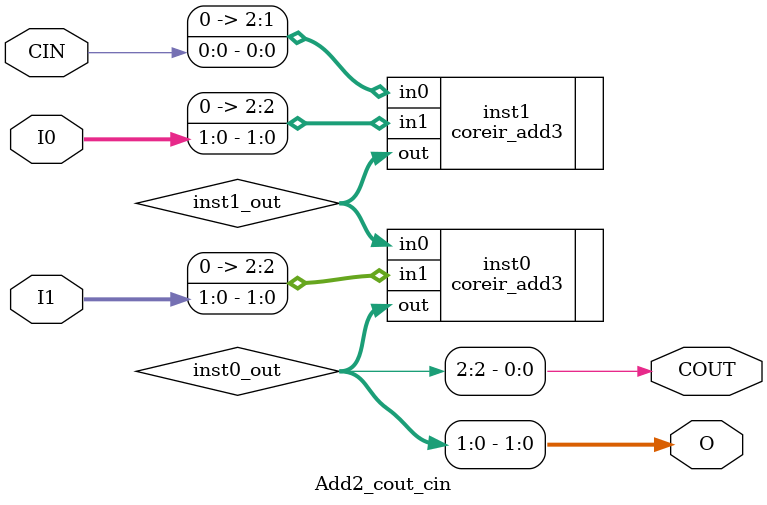
<source format=v>
module Add2_cout_cin (input [1:0] I0, input [1:0] I1, output [1:0] O, output  COUT, input  CIN);
wire [2:0] inst0_out;
wire [2:0] inst1_out;
coreir_add3 inst0 (.in0(inst1_out), .in1({1'b0,I1[1],I1[0]}), .out(inst0_out));
coreir_add3 inst1 (.in0({1'b0,1'b0,CIN}), .in1({1'b0,I0[1],I0[0]}), .out(inst1_out));
assign O = {inst0_out[1],inst0_out[0]};
assign COUT = inst0_out[2];
endmodule


</source>
